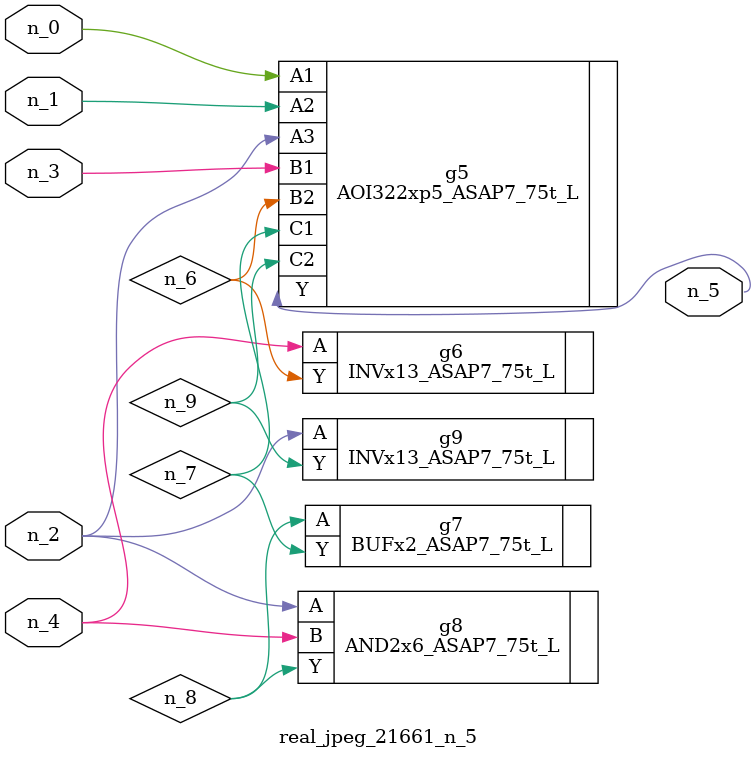
<source format=v>
module real_jpeg_21661_n_5 (n_4, n_0, n_1, n_2, n_3, n_5);

input n_4;
input n_0;
input n_1;
input n_2;
input n_3;

output n_5;

wire n_8;
wire n_6;
wire n_7;
wire n_9;

AOI322xp5_ASAP7_75t_L g5 ( 
.A1(n_0),
.A2(n_1),
.A3(n_2),
.B1(n_3),
.B2(n_6),
.C1(n_7),
.C2(n_9),
.Y(n_5)
);

AND2x6_ASAP7_75t_L g8 ( 
.A(n_2),
.B(n_4),
.Y(n_8)
);

INVx13_ASAP7_75t_L g9 ( 
.A(n_2),
.Y(n_9)
);

INVx13_ASAP7_75t_L g6 ( 
.A(n_4),
.Y(n_6)
);

BUFx2_ASAP7_75t_L g7 ( 
.A(n_8),
.Y(n_7)
);


endmodule
</source>
